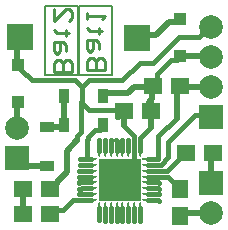
<source format=gtl>
G04*
G04 #@! TF.GenerationSoftware,Altium Limited,Altium Designer,22.6.1 (34)*
G04*
G04 Layer_Physical_Order=1*
G04 Layer_Color=255*
%FSLAX44Y44*%
%MOMM*%
G71*
G04*
G04 #@! TF.SameCoordinates,FDA96D18-9E80-4915-BAA7-3A6B21B50570*
G04*
G04*
G04 #@! TF.FilePolarity,Positive*
G04*
G01*
G75*
%ADD12C,0.2540*%
%ADD14R,1.5240X1.4224*%
%ADD15R,1.1000X1.0000*%
%ADD16R,0.9100X1.2200*%
%ADD17R,1.2200X0.9100*%
%ADD18R,1.4224X1.5240*%
%ADD19R,3.5500X3.5500*%
G04:AMPARAMS|DCode=20|XSize=0.2425mm|YSize=1.0096mm|CornerRadius=0.1212mm|HoleSize=0mm|Usage=FLASHONLY|Rotation=180.000|XOffset=0mm|YOffset=0mm|HoleType=Round|Shape=RoundedRectangle|*
%AMROUNDEDRECTD20*
21,1,0.2425,0.7672,0,0,180.0*
21,1,0.0000,1.0096,0,0,180.0*
1,1,0.2425,0.0000,0.3836*
1,1,0.2425,0.0000,0.3836*
1,1,0.2425,0.0000,-0.3836*
1,1,0.2425,0.0000,-0.3836*
%
%ADD20ROUNDEDRECTD20*%
G04:AMPARAMS|DCode=21|XSize=1.0096mm|YSize=0.2425mm|CornerRadius=0.1212mm|HoleSize=0mm|Usage=FLASHONLY|Rotation=180.000|XOffset=0mm|YOffset=0mm|HoleType=Round|Shape=RoundedRectangle|*
%AMROUNDEDRECTD21*
21,1,1.0096,0.0000,0,0,180.0*
21,1,0.7672,0.2425,0,0,180.0*
1,1,0.2425,-0.3836,0.0000*
1,1,0.2425,0.3836,0.0000*
1,1,0.2425,0.3836,0.0000*
1,1,0.2425,-0.3836,0.0000*
%
%ADD21ROUNDEDRECTD21*%
%ADD22R,1.0096X0.2425*%
%ADD23C,0.1270*%
%ADD24C,0.3810*%
%ADD25C,0.5000*%
%ADD26C,2.0000*%
%ADD27R,2.0000X2.0000*%
%ADD28R,2.3000X2.3000*%
D12*
X799875Y1055260D02*
X784640D01*
Y1062878D01*
X787179Y1065417D01*
X789718D01*
X792258Y1062878D01*
Y1055260D01*
Y1062878D01*
X794797Y1065417D01*
X797336D01*
X799875Y1062878D01*
Y1055260D01*
X794797Y1073034D02*
Y1078113D01*
X792258Y1080652D01*
X784640D01*
Y1073034D01*
X787179Y1070495D01*
X789718Y1073034D01*
Y1080652D01*
X797336Y1088269D02*
X794797D01*
Y1085730D01*
Y1090808D01*
Y1088269D01*
X787179D01*
X784640Y1090808D01*
Y1108583D02*
Y1098426D01*
X794797Y1108583D01*
X797336D01*
X799875Y1106043D01*
Y1100965D01*
X797336Y1098426D01*
X827815Y1056530D02*
X812580D01*
Y1064147D01*
X815119Y1066687D01*
X817658D01*
X820198Y1064147D01*
Y1056530D01*
Y1064147D01*
X822737Y1066687D01*
X825276D01*
X827815Y1064147D01*
Y1056530D01*
X822737Y1074304D02*
Y1079383D01*
X820198Y1081922D01*
X812580D01*
Y1074304D01*
X815119Y1071765D01*
X817658Y1074304D01*
Y1081922D01*
X825276Y1089539D02*
X822737D01*
Y1087000D01*
Y1092078D01*
Y1089539D01*
X815119D01*
X812580Y1092078D01*
Y1099696D02*
Y1104774D01*
Y1102235D01*
X827815D01*
X825276Y1099696D01*
D14*
X867160Y1022000D02*
D03*
X844300D02*
D03*
X781730Y935000D02*
D03*
X758870D02*
D03*
X781730Y956000D02*
D03*
X758870D02*
D03*
X891160Y1043000D02*
D03*
X868300D02*
D03*
X919070Y986790D02*
D03*
X896210D02*
D03*
D15*
X754730Y1060500D02*
D03*
Y1029500D02*
D03*
X891730Y1099500D02*
D03*
Y1068500D02*
D03*
D16*
X793380Y1035000D02*
D03*
X826080D02*
D03*
X793380Y1010000D02*
D03*
X826080D02*
D03*
D17*
X778730Y975650D02*
D03*
Y1008350D02*
D03*
D18*
X891130Y956310D02*
D03*
Y933450D02*
D03*
D19*
X840330Y963930D02*
D03*
D20*
X857830Y988443D02*
D03*
X852830D02*
D03*
X847830D02*
D03*
X842830D02*
D03*
X837830D02*
D03*
X832830D02*
D03*
X827830D02*
D03*
X822830D02*
D03*
Y939417D02*
D03*
X827830D02*
D03*
X832830D02*
D03*
X837830D02*
D03*
X842830D02*
D03*
X847830D02*
D03*
X852830D02*
D03*
X857830D02*
D03*
D21*
X815817Y981430D02*
D03*
Y976430D02*
D03*
Y971430D02*
D03*
Y966430D02*
D03*
Y961430D02*
D03*
Y956430D02*
D03*
Y951430D02*
D03*
Y946430D02*
D03*
X864843D02*
D03*
Y951430D02*
D03*
Y956430D02*
D03*
Y961430D02*
D03*
Y966430D02*
D03*
Y971430D02*
D03*
Y976430D02*
D03*
D22*
Y981430D02*
D03*
D23*
X806230Y1052720D02*
Y1111140D01*
X834170Y1052720D02*
Y1111140D01*
X806230D01*
X834170Y1052720D02*
X806230D01*
X777020D02*
Y1111140D01*
X804960Y1052720D02*
Y1111140D01*
X777020D01*
X804960Y1052720D02*
X777020D01*
D24*
X813423Y981430D02*
X807160D01*
X815817D02*
X813423D01*
X807160D02*
X806970Y981240D01*
X806730D01*
X823435Y1005805D02*
X819535D01*
X813730Y1000000D01*
X826080Y1008450D02*
X823435Y1005805D01*
X813423Y981430D02*
X812730Y982123D01*
X813730Y998000D02*
Y1000000D01*
Y998000D02*
X812730Y997000D01*
Y982123D02*
Y997000D01*
X873160Y981430D02*
Y1000430D01*
X889135Y1016405D02*
X873160Y1000430D01*
X808730Y1042000D02*
X802730Y1048000D01*
X766230D02*
X757325Y1056905D01*
X802730Y1048000D02*
X766230D01*
X857560Y1062830D02*
X842730Y1048000D01*
X814730D01*
X808730Y1042000D01*
X868560Y1062830D02*
X857560D01*
X907403Y1085000D02*
X890730D01*
X868560Y1062830D01*
X917800Y1099820D02*
X914405Y1096425D01*
X917730Y1093100D02*
X915503D01*
X907403Y1085000D01*
X917730Y1067700D02*
X916930Y1068500D01*
X891860Y1042300D02*
X891160Y1043000D01*
X828080Y1037000D02*
X826080Y1035000D01*
X891730Y1068500D02*
X888635Y1065405D01*
X872325Y1047838D02*
Y1053595D01*
X884135Y1065405D02*
X872325Y1053595D01*
X888635Y1065405D02*
X884135D01*
X807887Y1004157D02*
Y1029326D01*
X808730Y1028483D02*
Y1042000D01*
X807887Y1004157D02*
X804730Y1001000D01*
X814595Y1022618D02*
X808730Y1028483D01*
X838585Y1022618D02*
X814595D01*
X804730Y997000D02*
Y1001000D01*
X787445Y961207D02*
X782238Y956000D01*
X787445Y961207D02*
Y961715D01*
X782238Y956000D02*
X781730D01*
X752430Y1085000D02*
Y1092200D01*
X784753Y938023D02*
X781730Y935000D01*
X792833Y938023D02*
X784753D01*
X801240Y946430D02*
X792833Y938023D01*
X838692Y1017122D02*
X838585Y1017230D01*
Y1022618D01*
X857830Y988443D02*
Y999100D01*
X867160Y1008430D02*
X857830Y999100D01*
X852830Y988443D02*
Y1000900D01*
X844300Y1009430D01*
X881730Y983198D02*
Y996000D01*
X912767Y1018587D02*
X904317D01*
X917800Y1023620D02*
X912767Y1018587D01*
X904317D02*
X881730Y996000D01*
Y983198D02*
X875152Y976620D01*
X891160Y1043000D02*
X889135Y1040975D01*
X852830Y976430D02*
X840330Y963930D01*
X852830Y976430D02*
Y988443D01*
X875152Y976620D02*
X865033D01*
X864843Y976430D01*
X890495Y981075D02*
X880850Y971430D01*
X890495Y981075D02*
Y981583D01*
X880850Y971430D02*
X864843D01*
X895702Y986790D02*
X890495Y981583D01*
X896210Y986790D02*
X895702D01*
X873160Y981430D02*
X864843D01*
X847830Y996900D02*
X847730Y997000D01*
X847830Y988443D02*
Y996900D01*
X842830Y991900D02*
X842640Y992090D01*
Y997000D01*
X842830Y988443D02*
Y991900D01*
X837830Y988443D02*
Y996900D01*
X837730Y997000D01*
X832830Y996900D02*
X832730Y997000D01*
X832830Y988443D02*
Y996900D01*
X827830Y988443D02*
Y996900D01*
X827730Y997000D01*
X822830Y996900D02*
X822730Y997000D01*
X822830Y988443D02*
Y996900D01*
X806970Y976240D02*
X806730D01*
X815817Y976430D02*
X807160D01*
X806970Y976240D01*
X815817Y971430D02*
X806160D01*
X805970Y971240D01*
X805730D01*
X806160Y966430D02*
X805970Y966240D01*
X805730D01*
X815817Y966430D02*
X806160D01*
Y961430D02*
X805780Y961050D01*
X805730D01*
X815817Y961430D02*
X806160D01*
X815817Y946430D02*
X801240D01*
X808160Y956430D02*
X807970Y956240D01*
X805730D01*
X815817Y956430D02*
X808160D01*
X805970Y951240D02*
X805730D01*
X815817Y951430D02*
X806160D01*
X805970Y951240D01*
X822830Y930100D02*
Y939417D01*
Y930100D02*
X822730Y930000D01*
X827830Y929100D02*
X827730Y929000D01*
X827830Y929100D02*
Y939417D01*
X832830Y929100D02*
X832730Y929000D01*
X832830Y929100D02*
Y939417D01*
X837920Y929000D02*
Y933810D01*
X837830Y933900D02*
Y939417D01*
X837920Y933810D02*
X837830Y933900D01*
X842830Y929100D02*
Y939417D01*
Y929100D02*
X842730Y929000D01*
X847830Y929100D02*
Y939417D01*
Y929100D02*
X847730Y929000D01*
X852830Y929100D02*
Y939417D01*
Y929100D02*
X852730Y929000D01*
X857830Y929100D02*
X857730Y929000D01*
X857830Y929100D02*
Y939417D01*
X873350Y946150D02*
X873070Y946430D01*
X864843D01*
X873350Y951500D02*
X869810D01*
X869740Y951430D02*
X864843D01*
X869810Y951500D02*
X869740Y951430D01*
X873230Y956430D02*
X864843D01*
X873350Y956310D02*
X873230Y956430D01*
X873310Y961430D02*
X864843D01*
X873350Y961390D02*
X873310Y961430D01*
X919070Y986790D02*
X917800Y985520D01*
X893670Y935990D02*
X891130Y933450D01*
X880970Y966470D02*
X878084D01*
X878044Y966430D02*
X864843D01*
X878084Y966470D02*
X878044Y966430D01*
X891130Y956818D02*
X885923Y962025D01*
X885415D01*
X891130Y956310D02*
Y956818D01*
X885415Y962025D02*
X880970Y966470D01*
D25*
X891730Y1099500D02*
X889927Y1097697D01*
X882427D01*
X870801Y1086071D01*
X856801D02*
X854730Y1084000D01*
X870801Y1086071D02*
X856801D01*
X889135Y1016405D02*
Y1040975D01*
X916930Y1068500D02*
X891730D01*
X917730Y1042300D02*
X891860D01*
X847730Y1037000D02*
X828080D01*
X852730Y1042000D02*
X847730Y1037000D01*
X872325Y1047838D02*
X867160Y1042673D01*
X867973D02*
X867300Y1042000D01*
X868300Y1043000D02*
X867973Y1042673D01*
X867300Y1042000D02*
X852730D01*
X867160Y1022000D02*
Y1032405D01*
Y1008430D02*
Y1022000D01*
X804730Y997000D02*
X795730Y988000D01*
Y970000D02*
Y988000D01*
Y970000D02*
X787445Y961715D01*
X793380Y1010000D02*
Y1035000D01*
X753730Y1060500D02*
Y1084000D01*
X754730Y1085000D02*
X753730Y1084000D01*
X757325Y1056905D02*
Y1057405D01*
X754230Y1060500D02*
X753730D01*
X757325Y1057405D02*
X754230Y1060500D01*
X753730Y1007700D02*
Y1029500D01*
X791730Y1008350D02*
X778730D01*
X793380Y1010000D02*
X791730Y1008350D01*
X778730Y975650D02*
X760380D01*
X753730Y982300D01*
X758870Y935000D02*
Y956000D01*
X867973Y1032405D02*
Y1042673D01*
X864875Y1027207D02*
Y1029307D01*
X844300Y1009430D02*
Y1022000D01*
X867973Y1032405D02*
X864875Y1029307D01*
X917800Y961390D02*
Y985520D01*
Y935990D02*
X893670D01*
D26*
X917730Y1093100D02*
D03*
Y1067700D02*
D03*
Y1042300D02*
D03*
X917800Y935990D02*
D03*
X753730Y1007700D02*
D03*
D27*
X917730Y1016900D02*
D03*
X917800Y961390D02*
D03*
X753730Y982300D02*
D03*
D28*
X854730Y1084000D02*
D03*
X755730Y1085000D02*
D03*
M02*

</source>
